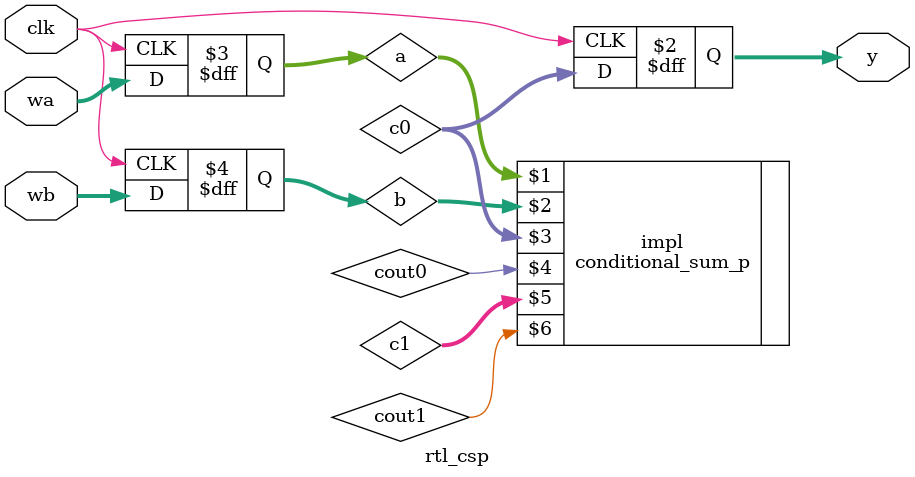
<source format=v>
module rtl_csp #(
    parameter N = 64
) (
    input wire clk,
    input wire [N-1: 0] wa,
    input wire [N-1: 0] wb,
    output reg [N-1: 0] y
);

reg [N-1: 0] a;
reg [N-1: 0] b;

wire [N-1: 0] c0, c1;
wire cout0, cout1;

conditional_sum_p #(N) impl (a, b, c0, cout0, c1, cout1);

always @(posedge clk) begin
    a <= wa;
    b <= wb;
    y <= c0;
end

endmodule

</source>
